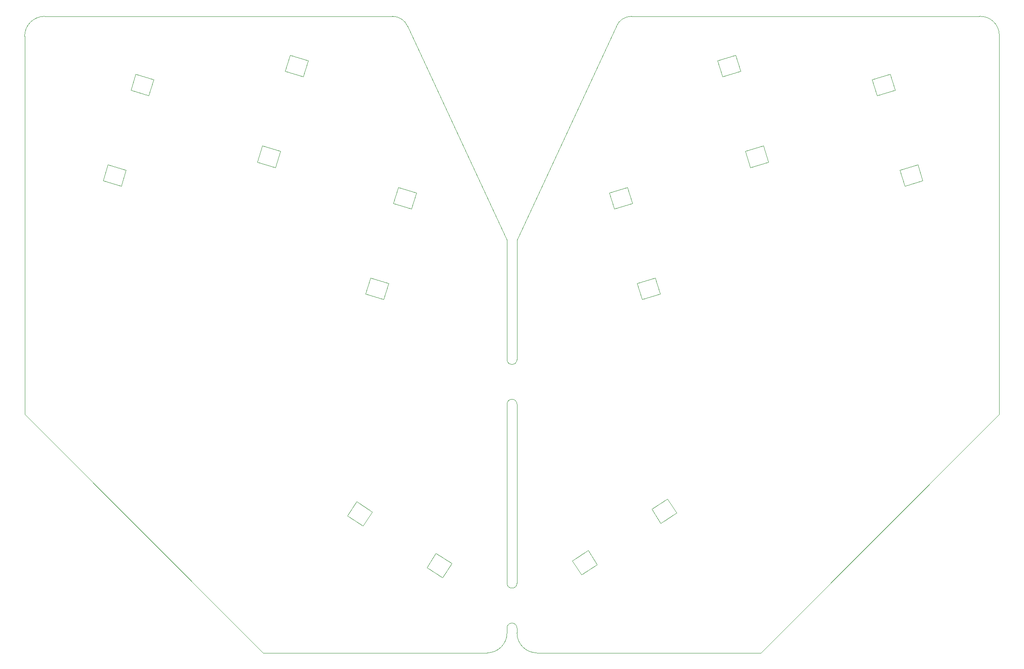
<source format=gm1>
G04 #@! TF.GenerationSoftware,KiCad,Pcbnew,(6.0.10)*
G04 #@! TF.CreationDate,2023-07-31T18:02:40+01:00*
G04 #@! TF.ProjectId,magnetonekeys,6d61676e-6574-46f6-9e65-6b6579732e6b,rev?*
G04 #@! TF.SameCoordinates,Original*
G04 #@! TF.FileFunction,Profile,NP*
%FSLAX46Y46*%
G04 Gerber Fmt 4.6, Leading zero omitted, Abs format (unit mm)*
G04 Created by KiCad (PCBNEW (6.0.10)) date 2023-07-31 18:02:40*
%MOMM*%
%LPD*%
G01*
G04 APERTURE LIST*
G04 #@! TA.AperFunction,Profile*
%ADD10C,0.100000*%
G04 #@! TD*
G04 #@! TA.AperFunction,Profile*
%ADD11C,0.120000*%
G04 #@! TD*
G04 APERTURE END LIST*
D10*
X152393750Y-143786875D02*
G75*
G03*
X154393750Y-143786875I1000000J0D01*
G01*
X148393749Y-157786849D02*
G75*
G03*
X152393749Y-153786875I51J3999949D01*
G01*
X55393750Y-33786875D02*
X55393750Y-109786875D01*
X177393751Y-29786845D02*
G75*
G03*
X174393751Y-31786875I49J-3250055D01*
G01*
X152393750Y-74786875D02*
X152393750Y-98786875D01*
X59393750Y-29786870D02*
G75*
G03*
X55393750Y-33786875I0J-4000000D01*
G01*
X152393749Y-152786875D02*
X152393749Y-153786875D01*
X59393750Y-29786875D02*
X129393750Y-29786875D01*
X154393749Y-107786875D02*
G75*
G03*
X152393749Y-107786875I-1000000J1D01*
G01*
X152393750Y-98786875D02*
G75*
G03*
X154393750Y-98786875I1000000J0D01*
G01*
X203393750Y-157786875D02*
X251393750Y-109786875D01*
X154393750Y-143786875D02*
X154393750Y-107786875D01*
X251393750Y-85786875D02*
X251393750Y-33615303D01*
X132393722Y-31786887D02*
G75*
G03*
X129393750Y-29786875I-3000022J-1250013D01*
G01*
X154393725Y-153786875D02*
G75*
G03*
X158393750Y-157786875I3999975J-25D01*
G01*
X158393750Y-157786875D02*
X203393750Y-157786875D01*
X154393749Y-152786875D02*
G75*
G03*
X152393749Y-152786875I-1000000J1D01*
G01*
X152393750Y-74786875D02*
X132393750Y-31786875D01*
X251393750Y-109786875D02*
X251393750Y-85786875D01*
X154393750Y-74786875D02*
X154393750Y-98786875D01*
X154393750Y-152786875D02*
X154393750Y-153786875D01*
X251393703Y-33615303D02*
G75*
G03*
X247393751Y-29786875I-3832103J3D01*
G01*
X55393750Y-109786875D02*
X103393750Y-157786875D01*
X152393749Y-107786875D02*
X152393750Y-143786875D01*
X154393750Y-74786875D02*
X174393750Y-31786875D01*
X177393751Y-29786875D02*
X247393751Y-29786875D01*
X103393750Y-157786875D02*
X148393749Y-157786875D01*
D11*
X168682879Y-137193394D02*
X165495931Y-139263022D01*
X165495931Y-139263022D02*
X167347704Y-142114503D01*
X167347704Y-142114503D02*
X170534652Y-140044874D01*
X170534652Y-140044874D02*
X168682879Y-137193394D01*
X179554701Y-86744074D02*
X183188659Y-85633062D01*
X183188659Y-85633062D02*
X182194595Y-82381626D01*
X182194595Y-82381626D02*
X178560637Y-83492638D01*
X178560637Y-83492638D02*
X179554701Y-86744074D01*
X184659554Y-126818022D02*
X181472606Y-128887650D01*
X181472606Y-128887650D02*
X183324379Y-131739131D01*
X183324379Y-131739131D02*
X186511327Y-129669502D01*
X186511327Y-129669502D02*
X184659554Y-126818022D01*
X120276740Y-130220925D02*
X123463688Y-132290554D01*
X123463688Y-132290554D02*
X125315461Y-129439074D01*
X125315461Y-129439074D02*
X122128513Y-127369445D01*
X122128513Y-127369445D02*
X120276740Y-130220925D01*
X107770459Y-40843328D02*
X111404417Y-41954340D01*
X111404417Y-41954340D02*
X112398481Y-38702904D01*
X112398481Y-38702904D02*
X108764523Y-37591892D01*
X108764523Y-37591892D02*
X107770459Y-40843328D01*
X81358952Y-42493453D02*
X77724994Y-41382441D01*
X77724994Y-41382441D02*
X76730930Y-44633877D01*
X76730930Y-44633877D02*
X80364888Y-45744889D01*
X80364888Y-45744889D02*
X81358952Y-42493453D01*
X134155208Y-65275032D02*
X130521250Y-64164020D01*
X130521250Y-64164020D02*
X129527186Y-67415456D01*
X129527186Y-67415456D02*
X133161144Y-68526468D01*
X133161144Y-68526468D02*
X134155208Y-65275032D01*
X136253414Y-140596299D02*
X139440362Y-142665928D01*
X139440362Y-142665928D02*
X141292135Y-139814448D01*
X141292135Y-139814448D02*
X138105187Y-137744819D01*
X138105187Y-137744819D02*
X136253414Y-140596299D01*
X106828800Y-56920510D02*
X103194842Y-55809498D01*
X103194842Y-55809498D02*
X102200778Y-59060934D01*
X102200778Y-59060934D02*
X105834736Y-60171946D01*
X105834736Y-60171946D02*
X106828800Y-56920510D01*
X173985022Y-68526468D02*
X177618980Y-67415456D01*
X177618980Y-67415456D02*
X176624916Y-64164020D01*
X176624916Y-64164020D02*
X172990958Y-65275032D01*
X172990958Y-65275032D02*
X173985022Y-68526468D01*
X128585529Y-83492638D02*
X124951571Y-82381626D01*
X124951571Y-82381626D02*
X123957507Y-85633062D01*
X123957507Y-85633062D02*
X127591465Y-86744074D01*
X127591465Y-86744074D02*
X128585529Y-83492638D01*
X195741749Y-41954340D02*
X199375707Y-40843328D01*
X199375707Y-40843328D02*
X198381643Y-37591892D01*
X198381643Y-37591892D02*
X194747685Y-38702904D01*
X194747685Y-38702904D02*
X195741749Y-41954340D01*
X226781278Y-45744889D02*
X230415236Y-44633877D01*
X230415236Y-44633877D02*
X229421172Y-41382441D01*
X229421172Y-41382441D02*
X225787214Y-42493453D01*
X225787214Y-42493453D02*
X226781278Y-45744889D01*
X232350959Y-63962495D02*
X235984917Y-62851483D01*
X235984917Y-62851483D02*
X234990853Y-59600047D01*
X234990853Y-59600047D02*
X231356895Y-60711059D01*
X231356895Y-60711059D02*
X232350959Y-63962495D01*
X201311430Y-60171946D02*
X204945388Y-59060934D01*
X204945388Y-59060934D02*
X203951324Y-55809498D01*
X203951324Y-55809498D02*
X200317366Y-56920510D01*
X200317366Y-56920510D02*
X201311430Y-60171946D01*
X75789271Y-60711059D02*
X72155313Y-59600047D01*
X72155313Y-59600047D02*
X71161249Y-62851483D01*
X71161249Y-62851483D02*
X74795207Y-63962495D01*
X74795207Y-63962495D02*
X75789271Y-60711059D01*
M02*

</source>
